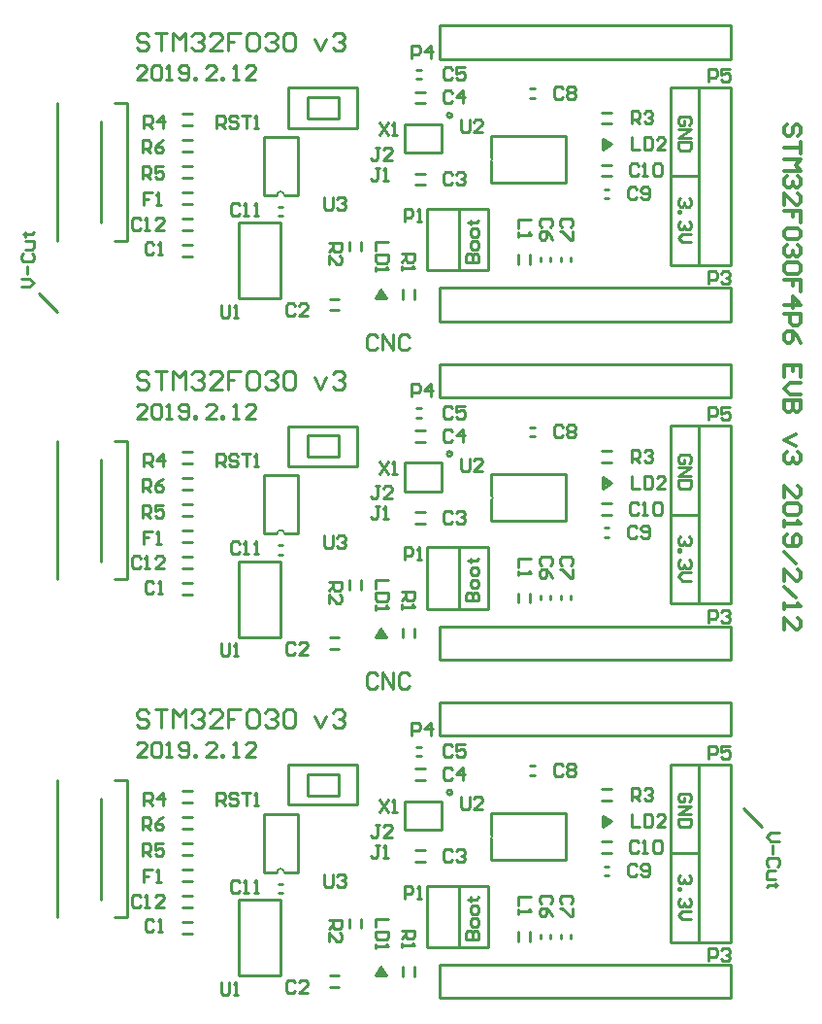
<source format=gto>
G04 Layer_Color=65535*
%FSLAX44Y44*%
%MOMM*%
G71*
G01*
G75*
%ADD23C,0.3000*%
%ADD27C,0.2540*%
%ADD36C,0.2000*%
G36*
X350162Y28473D02*
Y25933D01*
X352981Y23114D01*
X343583D01*
X347901Y30734D01*
X350162Y28473D01*
D02*
G37*
G36*
X549044Y157709D02*
X546783Y155448D01*
X544243D01*
X541424Y152629D01*
Y162027D01*
X549044Y157709D01*
D02*
G37*
G36*
X350162Y323473D02*
Y320933D01*
X352981Y318114D01*
X343583D01*
X347901Y325734D01*
X350162Y323473D01*
D02*
G37*
G36*
X549044Y452709D02*
X546783Y450448D01*
X544243D01*
X541424Y447629D01*
Y457027D01*
X549044Y452709D01*
D02*
G37*
G36*
X350162Y618473D02*
Y615933D01*
X352981Y613114D01*
X343583D01*
X347901Y620734D01*
X350162Y618473D01*
D02*
G37*
G36*
X549044Y747709D02*
X546783Y745448D01*
X544243D01*
X541424Y742629D01*
Y752027D01*
X549044Y747709D01*
D02*
G37*
D23*
X711996Y754503D02*
X714495Y757002D01*
Y762001D01*
X711996Y764500D01*
X709497D01*
X706998Y762001D01*
Y757002D01*
X704498Y754503D01*
X701999D01*
X699500Y757002D01*
Y762001D01*
X701999Y764500D01*
X714495Y749505D02*
Y739508D01*
Y744507D01*
X699500D01*
Y734510D02*
X714495D01*
X709497Y729511D01*
X714495Y724513D01*
X699500D01*
X711996Y719515D02*
X714495Y717015D01*
Y712017D01*
X711996Y709518D01*
X709497D01*
X706998Y712017D01*
Y714516D01*
Y712017D01*
X704498Y709518D01*
X701999D01*
X699500Y712017D01*
Y717015D01*
X701999Y719515D01*
X699500Y694523D02*
Y704519D01*
X709497Y694523D01*
X711996D01*
X714495Y697022D01*
Y702020D01*
X711996Y704519D01*
X714495Y679528D02*
Y689524D01*
X706998D01*
Y684526D01*
Y689524D01*
X699500D01*
X711996Y674529D02*
X714495Y672030D01*
Y667032D01*
X711996Y664532D01*
X701999D01*
X699500Y667032D01*
Y672030D01*
X701999Y674529D01*
X711996D01*
Y659534D02*
X714495Y657035D01*
Y652036D01*
X711996Y649537D01*
X709497D01*
X706998Y652036D01*
Y654536D01*
Y652036D01*
X704498Y649537D01*
X701999D01*
X699500Y652036D01*
Y657035D01*
X701999Y659534D01*
X711996Y644539D02*
X714495Y642040D01*
Y637041D01*
X711996Y634542D01*
X701999D01*
X699500Y637041D01*
Y642040D01*
X701999Y644539D01*
X711996D01*
X714495Y619547D02*
Y629544D01*
X706998D01*
Y624545D01*
Y629544D01*
X699500D01*
Y607051D02*
X714495D01*
X706998Y614549D01*
Y604552D01*
X699500Y599553D02*
X714495D01*
Y592056D01*
X711996Y589557D01*
X706998D01*
X704498Y592056D01*
Y599553D01*
X714495Y574562D02*
X711996Y579560D01*
X706998Y584558D01*
X701999D01*
X699500Y582059D01*
Y577061D01*
X701999Y574562D01*
X704498D01*
X706998Y577061D01*
Y584558D01*
X714495Y544571D02*
Y554568D01*
X699500D01*
Y544571D01*
X706998Y554568D02*
Y549570D01*
X714495Y539573D02*
X704498D01*
X699500Y534574D01*
X704498Y529576D01*
X714495D01*
Y524578D02*
X699500D01*
Y517080D01*
X701999Y514581D01*
X704498D01*
X706998Y517080D01*
Y524578D01*
Y517080D01*
X709497Y514581D01*
X711996D01*
X714495Y517080D01*
Y524578D01*
X709497Y494587D02*
X699500Y489589D01*
X709497Y484591D01*
X711996Y479592D02*
X714495Y477093D01*
Y472095D01*
X711996Y469595D01*
X709497D01*
X706998Y472095D01*
Y474594D01*
Y472095D01*
X704498Y469595D01*
X701999D01*
X699500Y472095D01*
Y477093D01*
X701999Y479592D01*
X699500Y439605D02*
Y449602D01*
X709497Y439605D01*
X711996D01*
X714495Y442104D01*
Y447103D01*
X711996Y449602D01*
Y434607D02*
X714495Y432108D01*
Y427109D01*
X711996Y424610D01*
X701999D01*
X699500Y427109D01*
Y432108D01*
X701999Y434607D01*
X711996D01*
X699500Y419612D02*
Y414613D01*
Y417113D01*
X714495D01*
X711996Y419612D01*
X701999Y407116D02*
X699500Y404617D01*
Y399618D01*
X701999Y397119D01*
X711996D01*
X714495Y399618D01*
Y404617D01*
X711996Y407116D01*
X709497D01*
X706998Y404617D01*
Y397119D01*
X699500Y392121D02*
X709497Y382124D01*
X699500Y367129D02*
Y377125D01*
X709497Y367129D01*
X711996D01*
X714495Y369628D01*
Y374626D01*
X711996Y377125D01*
X699500Y362130D02*
X709497Y352133D01*
X699500Y347135D02*
Y342137D01*
Y344636D01*
X714495D01*
X711996Y347135D01*
X699500Y324642D02*
Y334639D01*
X709497Y324642D01*
X711996D01*
X714495Y327142D01*
Y332140D01*
X711996Y334639D01*
D27*
X49500Y617500D02*
X65250Y601750D01*
X664250Y168750D02*
X680000Y153000D01*
X34004Y623000D02*
X41335D01*
X45000Y626665D01*
X41335Y630331D01*
X34004D01*
X39502Y633996D02*
Y641327D01*
X35836Y652324D02*
X34004Y650491D01*
Y646826D01*
X35836Y644993D01*
X43167D01*
X45000Y646826D01*
Y650491D01*
X43167Y652324D01*
X37669Y655989D02*
X43167D01*
X45000Y657822D01*
Y663320D01*
X37669D01*
X35836Y668819D02*
X37669D01*
Y666986D01*
Y670651D01*
Y668819D01*
X43167D01*
X45000Y670651D01*
X344830Y284663D02*
X342498Y286996D01*
X337833D01*
X335500Y284663D01*
Y275333D01*
X337833Y273000D01*
X342498D01*
X344830Y275333D01*
X349496Y273000D02*
Y286996D01*
X358826Y273000D01*
Y286996D01*
X372821Y284663D02*
X370489Y286996D01*
X365824D01*
X363491Y284663D01*
Y275333D01*
X365824Y273000D01*
X370489D01*
X372821Y275333D01*
X344830Y579663D02*
X342498Y581996D01*
X337833D01*
X335500Y579663D01*
Y570333D01*
X337833Y568000D01*
X342498D01*
X344830Y570333D01*
X349496Y568000D02*
Y581996D01*
X358826Y568000D01*
Y581996D01*
X372821Y579663D02*
X370489Y581996D01*
X365824D01*
X363491Y579663D01*
Y570333D01*
X365824Y568000D01*
X370489D01*
X372821Y570333D01*
X695496Y147500D02*
X688166D01*
X684500Y143834D01*
X688166Y140169D01*
X695496D01*
X689998Y136504D02*
Y129173D01*
X693664Y118176D02*
X695496Y120009D01*
Y123674D01*
X693664Y125507D01*
X686333D01*
X684500Y123674D01*
Y120009D01*
X686333Y118176D01*
X691831Y114511D02*
X686333D01*
X684500Y112678D01*
Y107180D01*
X691831D01*
X693664Y101681D02*
X691831D01*
Y103514D01*
Y99849D01*
Y101681D01*
X686333D01*
X684500Y99849D01*
X410134Y182626D02*
G03*
X410134Y182626I-2170J0D01*
G01*
X540980Y185340D02*
X548980D01*
X540980Y175340D02*
X548980D01*
X258600Y103060D02*
X262150D01*
X258600Y95060D02*
X262150D01*
X175220Y82630D02*
X183220D01*
X175220Y92630D02*
X183220D01*
X541424Y162027D02*
X549044Y157709D01*
X541424Y152629D02*
X549044Y157709D01*
X541424Y152629D02*
Y162027D01*
X175220Y151210D02*
X183220D01*
X175220Y161210D02*
X183220D01*
X175220Y128350D02*
X183220D01*
X175220Y138350D02*
X183220D01*
X175220Y115490D02*
X183220D01*
X175220Y105490D02*
X183220D01*
X330270Y64580D02*
Y72580D01*
X320270Y64580D02*
Y72580D01*
X263675Y113030D02*
X275232D01*
X245768D02*
X257325D01*
X245768D02*
Y163830D01*
X275232D01*
Y113030D02*
Y163830D01*
X343583Y23114D02*
X347901Y30734D01*
X352981Y23114D01*
X343583D02*
X352981D01*
X175220Y174070D02*
X183220D01*
X175220Y184070D02*
X183220D01*
X388232Y101376D02*
X416232D01*
X388232Y47498D02*
Y101376D01*
Y47498D02*
X416232D01*
Y101376D01*
X398930Y252730D02*
Y260858D01*
Y231902D02*
Y260858D01*
Y231902D02*
X652930D01*
Y260858D01*
X398930D02*
X652930D01*
X377260Y22670D02*
Y30670D01*
X367260Y22670D02*
Y30670D01*
X378420Y193120D02*
X386420D01*
X378420Y203120D02*
X386420D01*
X284122Y179830D02*
X310792D01*
Y198628D01*
X284122D02*
X310792D01*
X284122Y180086D02*
Y198628D01*
X267330Y171730D02*
Y206730D01*
X327330Y171730D02*
Y206730D01*
X267330Y171730D02*
X327330D01*
X267330Y206730D02*
X327048D01*
X368598Y149860D02*
X400598D01*
Y174860D01*
X368598D02*
X400598D01*
X368598Y149860D02*
Y174860D01*
X379250Y222440D02*
X382800D01*
X379250Y214440D02*
X382800D01*
X175220Y59770D02*
X183220D01*
X175220Y69770D02*
X183220D01*
X303490Y12780D02*
X311490D01*
X303490Y22780D02*
X311490D01*
X398930Y24130D02*
Y32258D01*
Y3302D02*
Y32258D01*
Y3302D02*
X652930D01*
Y32258D01*
X398930D02*
X652930D01*
X378420Y132000D02*
X386420D01*
X378420Y122000D02*
X386420D01*
X477590Y53150D02*
Y61150D01*
X467590Y53150D02*
Y61150D01*
X224000Y22880D02*
X260068D01*
Y88880D01*
X224000D02*
X260068D01*
X224000Y22880D02*
Y88880D01*
X495640Y55500D02*
Y59050D01*
X487640Y55500D02*
Y59050D01*
X513420Y55500D02*
Y59050D01*
X505420Y55500D02*
Y59050D01*
X478310Y205930D02*
X481860D01*
X478310Y197930D02*
X481860D01*
X540980Y139620D02*
X548980D01*
X540980Y129620D02*
X548980D01*
X543080Y118300D02*
X546630D01*
X543080Y110300D02*
X546630D01*
X624960Y52040D02*
Y207010D01*
X652960D01*
Y52040D02*
Y207010D01*
X624960Y52040D02*
X652960D01*
X443940Y124206D02*
Y142695D01*
Y145945D02*
Y164592D01*
X508940D01*
Y124206D02*
Y164592D01*
X443940Y124206D02*
X508940D01*
X600860Y52070D02*
X624990D01*
X600860D02*
Y207010D01*
X624990D01*
X600860Y129540D02*
X624990D01*
X441348Y47498D02*
Y101376D01*
X414962D02*
X441348D01*
X414962Y47498D02*
X441348D01*
X115700Y73497D02*
X126290D01*
Y193497D01*
X115704D02*
X126290D01*
X65520Y73497D02*
Y193497D01*
X104020Y88899D02*
Y177291D01*
X149721Y70124D02*
X147888Y71956D01*
X144223D01*
X142390Y70124D01*
Y62793D01*
X144223Y60960D01*
X147888D01*
X149721Y62793D01*
X153386Y60960D02*
X157052D01*
X155219D01*
Y71956D01*
X153386Y70124D01*
X272911Y16784D02*
X271078Y18616D01*
X267413D01*
X265580Y16784D01*
Y9453D01*
X267413Y7620D01*
X271078D01*
X272911Y9453D01*
X283907Y7620D02*
X276576D01*
X283907Y14951D01*
Y16784D01*
X282075Y18616D01*
X278409D01*
X276576Y16784D01*
X410071Y131084D02*
X408238Y132916D01*
X404573D01*
X402740Y131084D01*
Y123753D01*
X404573Y121920D01*
X408238D01*
X410071Y123753D01*
X413736Y131084D02*
X415569Y132916D01*
X419235D01*
X421067Y131084D01*
Y129251D01*
X419235Y127418D01*
X417402D01*
X419235D01*
X421067Y125585D01*
Y123753D01*
X419235Y121920D01*
X415569D01*
X413736Y123753D01*
X410071Y202204D02*
X408238Y204036D01*
X404573D01*
X402740Y202204D01*
Y194873D01*
X404573Y193040D01*
X408238D01*
X410071Y194873D01*
X419235Y193040D02*
Y204036D01*
X413736Y198538D01*
X421067D01*
X410071Y222524D02*
X408238Y224356D01*
X404573D01*
X402740Y222524D01*
Y215193D01*
X404573Y213360D01*
X408238D01*
X410071Y215193D01*
X421067Y224356D02*
X413736D01*
Y218858D01*
X417402Y220691D01*
X419235D01*
X421067Y218858D01*
Y215193D01*
X419235Y213360D01*
X415569D01*
X413736Y215193D01*
X495724Y85379D02*
X497556Y87212D01*
Y90877D01*
X495724Y92710D01*
X488393D01*
X486560Y90877D01*
Y87212D01*
X488393Y85379D01*
X497556Y74383D02*
X495724Y78048D01*
X492058Y81714D01*
X488393D01*
X486560Y79881D01*
Y76215D01*
X488393Y74383D01*
X490225D01*
X492058Y76215D01*
Y81714D01*
X513504Y85379D02*
X515336Y87212D01*
Y90877D01*
X513504Y92710D01*
X506173D01*
X504340Y90877D01*
Y87212D01*
X506173Y85379D01*
X515336Y81714D02*
Y74383D01*
X513504D01*
X506173Y81714D01*
X504340D01*
X506591Y206014D02*
X504758Y207846D01*
X501093D01*
X499260Y206014D01*
Y198683D01*
X501093Y196850D01*
X504758D01*
X506591Y198683D01*
X510257Y206014D02*
X512089Y207846D01*
X515755D01*
X517587Y206014D01*
Y204181D01*
X515755Y202348D01*
X517587Y200515D01*
Y198683D01*
X515755Y196850D01*
X512089D01*
X510257Y198683D01*
Y200515D01*
X512089Y202348D01*
X510257Y204181D01*
Y206014D01*
X512089Y202348D02*
X515755D01*
X571111Y118384D02*
X569278Y120216D01*
X565613D01*
X563780Y118384D01*
Y111053D01*
X565613Y109220D01*
X569278D01*
X571111Y111053D01*
X574776D02*
X576609Y109220D01*
X580275D01*
X582107Y111053D01*
Y118384D01*
X580275Y120216D01*
X576609D01*
X574776Y118384D01*
Y116551D01*
X576609Y114718D01*
X582107D01*
X572631Y138704D02*
X570798Y140536D01*
X567133D01*
X565300Y138704D01*
Y131373D01*
X567133Y129540D01*
X570798D01*
X572631Y131373D01*
X576297Y129540D02*
X579962D01*
X578129D01*
Y140536D01*
X576297Y138704D01*
X585460D02*
X587293Y140536D01*
X590958D01*
X592791Y138704D01*
Y131373D01*
X590958Y129540D01*
X587293D01*
X585460Y131373D01*
Y138704D01*
X224651Y104414D02*
X222818Y106246D01*
X219153D01*
X217320Y104414D01*
Y97083D01*
X219153Y95250D01*
X222818D01*
X224651Y97083D01*
X228316Y95250D02*
X231982D01*
X230149D01*
Y106246D01*
X228316Y104414D01*
X237480Y95250D02*
X241146D01*
X239313D01*
Y106246D01*
X237480Y104414D01*
X138291Y91714D02*
X136458Y93546D01*
X132793D01*
X130960Y91714D01*
Y84383D01*
X132793Y82550D01*
X136458D01*
X138291Y84383D01*
X141957Y82550D02*
X145622D01*
X143789D01*
Y93546D01*
X141957Y91714D01*
X158451Y82550D02*
X151120D01*
X158451Y89881D01*
Y91714D01*
X156618Y93546D01*
X152953D01*
X151120Y91714D01*
X148451Y115136D02*
X141120D01*
Y109638D01*
X144785D01*
X141120D01*
Y104140D01*
X152116D02*
X155782D01*
X153949D01*
Y115136D01*
X152116Y113304D01*
X346571Y136726D02*
X342906D01*
X344738D01*
Y127563D01*
X342906Y125730D01*
X341073D01*
X339240Y127563D01*
X350237Y125730D02*
X353902D01*
X352069D01*
Y136726D01*
X350237Y134894D01*
X346571Y154506D02*
X342906D01*
X344738D01*
Y145343D01*
X342906Y143510D01*
X341073D01*
X339240Y145343D01*
X357567Y143510D02*
X350237D01*
X357567Y150841D01*
Y152674D01*
X355735Y154506D01*
X352069D01*
X350237Y152674D01*
X478507Y91440D02*
X467510D01*
Y84109D01*
Y80444D02*
Y76778D01*
Y78611D01*
X478507D01*
X476674Y80444D01*
X354047Y72390D02*
X343050D01*
Y65059D01*
X354047Y61394D02*
X343050D01*
Y55895D01*
X344883Y54063D01*
X352214D01*
X354047Y55895D01*
Y61394D01*
X343050Y50397D02*
Y46732D01*
Y48564D01*
X354047D01*
X352214Y50397D01*
X566570Y163396D02*
Y152400D01*
X573901D01*
X577566Y163396D02*
Y152400D01*
X583065D01*
X584897Y154233D01*
Y161564D01*
X583065Y163396D01*
X577566D01*
X595894Y152400D02*
X588563D01*
X595894Y159731D01*
Y161564D01*
X594061Y163396D01*
X590396D01*
X588563Y161564D01*
X368450Y90170D02*
Y101166D01*
X373948D01*
X375781Y99334D01*
Y95668D01*
X373948Y93835D01*
X368450D01*
X379446Y90170D02*
X383112D01*
X381279D01*
Y101166D01*
X379446Y99334D01*
X633880Y35560D02*
Y46556D01*
X639378D01*
X641211Y44724D01*
Y41058D01*
X639378Y39225D01*
X633880D01*
X644876Y44724D02*
X646709Y46556D01*
X650375D01*
X652207Y44724D01*
Y42891D01*
X650375Y41058D01*
X648542D01*
X650375D01*
X652207Y39225D01*
Y37393D01*
X650375Y35560D01*
X646709D01*
X644876Y37393D01*
X374800Y232410D02*
Y243406D01*
X380298D01*
X382131Y241574D01*
Y237908D01*
X380298Y236075D01*
X374800D01*
X391295Y232410D02*
Y243406D01*
X385797Y237908D01*
X393127D01*
X365910Y62230D02*
X376907D01*
Y56732D01*
X375074Y54899D01*
X371408D01*
X369576Y56732D01*
Y62230D01*
Y58565D02*
X365910Y54899D01*
Y51234D02*
Y47568D01*
Y49401D01*
X376907D01*
X375074Y51234D01*
X302410Y71120D02*
X313407D01*
Y65622D01*
X311574Y63789D01*
X307908D01*
X306075Y65622D01*
Y71120D01*
Y67455D02*
X302410Y63789D01*
Y52793D02*
Y60124D01*
X309741Y52793D01*
X311574D01*
X313407Y54625D01*
Y58291D01*
X311574Y60124D01*
X566570Y175260D02*
Y186256D01*
X572068D01*
X573901Y184424D01*
Y180758D01*
X572068Y178925D01*
X566570D01*
X570235D02*
X573901Y175260D01*
X577566Y184424D02*
X579399Y186256D01*
X583065D01*
X584897Y184424D01*
Y182591D01*
X583065Y180758D01*
X581232D01*
X583065D01*
X584897Y178925D01*
Y177093D01*
X583065Y175260D01*
X579399D01*
X577566Y177093D01*
X141120Y171450D02*
Y182446D01*
X146618D01*
X148451Y180614D01*
Y176948D01*
X146618Y175116D01*
X141120D01*
X144785D02*
X148451Y171450D01*
X157615D02*
Y182446D01*
X152116Y176948D01*
X159447D01*
X139850Y127000D02*
Y137996D01*
X145348D01*
X147181Y136164D01*
Y132498D01*
X145348Y130666D01*
X139850D01*
X143516D02*
X147181Y127000D01*
X158177Y137996D02*
X150847D01*
Y132498D01*
X154512Y134331D01*
X156345D01*
X158177Y132498D01*
Y128833D01*
X156345Y127000D01*
X152679D01*
X150847Y128833D01*
X139850Y149860D02*
Y160856D01*
X145348D01*
X147181Y159024D01*
Y155358D01*
X145348Y153525D01*
X139850D01*
X143516D02*
X147181Y149860D01*
X158177Y160856D02*
X154512Y159024D01*
X150847Y155358D01*
Y151693D01*
X152679Y149860D01*
X156345D01*
X158177Y151693D01*
Y153525D01*
X156345Y155358D01*
X150847D01*
X204620Y171450D02*
Y182446D01*
X210118D01*
X211951Y180614D01*
Y176948D01*
X210118Y175116D01*
X204620D01*
X208286D02*
X211951Y171450D01*
X222947Y180614D02*
X221115Y182446D01*
X217449D01*
X215616Y180614D01*
Y178781D01*
X217449Y176948D01*
X221115D01*
X222947Y175116D01*
Y173283D01*
X221115Y171450D01*
X217449D01*
X215616Y173283D01*
X226613Y182446D02*
X233944D01*
X230278D01*
Y171450D01*
X237609D02*
X241275D01*
X239442D01*
Y182446D01*
X237609Y180614D01*
X208430Y17346D02*
Y8183D01*
X210263Y6350D01*
X213928D01*
X215761Y8183D01*
Y17346D01*
X219426Y6350D02*
X223092D01*
X221259D01*
Y17346D01*
X219426Y15514D01*
X298600Y111326D02*
Y102163D01*
X300433Y100330D01*
X304098D01*
X305931Y102163D01*
Y111326D01*
X309597Y109494D02*
X311429Y111326D01*
X315095D01*
X316927Y109494D01*
Y107661D01*
X315095Y105828D01*
X313262D01*
X315095D01*
X316927Y103996D01*
Y102163D01*
X315095Y100330D01*
X311429D01*
X309597Y102163D01*
X346860Y176096D02*
X354191Y165100D01*
Y176096D02*
X346860Y165100D01*
X357856D02*
X361522D01*
X359689D01*
Y176096D01*
X357856Y174264D01*
X633880Y212090D02*
Y223086D01*
X639378D01*
X641211Y221254D01*
Y217588D01*
X639378Y215756D01*
X633880D01*
X652207Y223086D02*
X644876D01*
Y217588D01*
X648542Y219421D01*
X650375D01*
X652207Y217588D01*
Y213923D01*
X650375Y212090D01*
X646709D01*
X644876Y213923D01*
X417980Y178636D02*
Y169473D01*
X419813Y167640D01*
X423478D01*
X425311Y169473D01*
Y178636D01*
X436307Y167640D02*
X428977D01*
X436307Y174971D01*
Y176804D01*
X434475Y178636D01*
X430809D01*
X428977Y176804D01*
X145433Y252089D02*
X142767Y254755D01*
X137436D01*
X134770Y252089D01*
Y249423D01*
X137436Y246757D01*
X142767D01*
X145433Y244092D01*
Y241426D01*
X142767Y238760D01*
X137436D01*
X134770Y241426D01*
X150765Y254755D02*
X161428D01*
X156096D01*
Y238760D01*
X166760D02*
Y254755D01*
X172091Y249423D01*
X177423Y254755D01*
Y238760D01*
X182754Y252089D02*
X185420Y254755D01*
X190752D01*
X193418Y252089D01*
Y249423D01*
X190752Y246757D01*
X188086D01*
X190752D01*
X193418Y244092D01*
Y241426D01*
X190752Y238760D01*
X185420D01*
X182754Y241426D01*
X209412Y238760D02*
X198749D01*
X209412Y249423D01*
Y252089D01*
X206747Y254755D01*
X201415D01*
X198749Y252089D01*
X225407Y254755D02*
X214744D01*
Y246757D01*
X220076D01*
X214744D01*
Y238760D01*
X230739Y252089D02*
X233405Y254755D01*
X238736D01*
X241402Y252089D01*
Y241426D01*
X238736Y238760D01*
X233405D01*
X230739Y241426D01*
Y252089D01*
X246734D02*
X249400Y254755D01*
X254731D01*
X257397Y252089D01*
Y249423D01*
X254731Y246757D01*
X252065D01*
X254731D01*
X257397Y244092D01*
Y241426D01*
X254731Y238760D01*
X249400D01*
X246734Y241426D01*
X262729Y252089D02*
X265394Y254755D01*
X270726D01*
X273392Y252089D01*
Y241426D01*
X270726Y238760D01*
X265394D01*
X262729Y241426D01*
Y252089D01*
X289710Y249423D02*
X295042Y238760D01*
X300373Y249423D01*
X305705Y252089D02*
X308371Y254755D01*
X313702D01*
X316368Y252089D01*
Y249423D01*
X313702Y246757D01*
X311036D01*
X313702D01*
X316368Y244092D01*
Y241426D01*
X313702Y238760D01*
X308371D01*
X305705Y241426D01*
X616374Y174279D02*
X618206Y176112D01*
Y179777D01*
X616374Y181610D01*
X609043D01*
X607210Y179777D01*
Y176112D01*
X609043Y174279D01*
X612708D01*
Y177945D01*
X607210Y170614D02*
X618206D01*
X607210Y163283D01*
X618206D01*
Y159617D02*
X607210D01*
Y154119D01*
X609043Y152286D01*
X616374D01*
X618206Y154119D01*
Y159617D01*
X616374Y110490D02*
X618206Y108657D01*
Y104992D01*
X616374Y103159D01*
X614541D01*
X612708Y104992D01*
Y106825D01*
Y104992D01*
X610876Y103159D01*
X609043D01*
X607210Y104992D01*
Y108657D01*
X609043Y110490D01*
X607210Y99494D02*
X609043D01*
Y97661D01*
X607210D01*
Y99494D01*
X616374Y90330D02*
X618206Y88497D01*
Y84832D01*
X616374Y82999D01*
X614541D01*
X612708Y84832D01*
Y86664D01*
Y84832D01*
X610876Y82999D01*
X609043D01*
X607210Y84832D01*
Y88497D01*
X609043Y90330D01*
X618206Y79333D02*
X610876D01*
X607210Y75668D01*
X610876Y72002D01*
X618206D01*
X422224Y54610D02*
X433220D01*
Y60108D01*
X431387Y61941D01*
X429554D01*
X427722Y60108D01*
Y54610D01*
Y60108D01*
X425889Y61941D01*
X424056D01*
X422224Y60108D01*
Y54610D01*
X433220Y67439D02*
Y71105D01*
X431387Y72937D01*
X427722D01*
X425889Y71105D01*
Y67439D01*
X427722Y65606D01*
X431387D01*
X433220Y67439D01*
Y78436D02*
Y82101D01*
X431387Y83934D01*
X427722D01*
X425889Y82101D01*
Y78436D01*
X427722Y76603D01*
X431387D01*
X433220Y78436D01*
X424056Y89432D02*
X425889D01*
Y87599D01*
Y91265D01*
Y89432D01*
X431387D01*
X433220Y91265D01*
X143434Y213360D02*
X134770D01*
X143434Y222024D01*
Y224190D01*
X141268Y226356D01*
X136936D01*
X134770Y224190D01*
X147766D02*
X149932Y226356D01*
X154264D01*
X156430Y224190D01*
Y215526D01*
X154264Y213360D01*
X149932D01*
X147766Y215526D01*
Y224190D01*
X160762Y213360D02*
X165094D01*
X162928D01*
Y226356D01*
X160762Y224190D01*
X171591Y215526D02*
X173757Y213360D01*
X178089D01*
X180255Y215526D01*
Y224190D01*
X178089Y226356D01*
X173757D01*
X171591Y224190D01*
Y222024D01*
X173757Y219858D01*
X180255D01*
X184587Y213360D02*
Y215526D01*
X186753D01*
Y213360D01*
X184587D01*
X204081D02*
X195417D01*
X204081Y222024D01*
Y224190D01*
X201915Y226356D01*
X197583D01*
X195417Y224190D01*
X208413Y213360D02*
Y215526D01*
X210579D01*
Y213360D01*
X208413D01*
X219243D02*
X223575D01*
X221409D01*
Y226356D01*
X219243Y224190D01*
X238736Y213360D02*
X230072D01*
X238736Y222024D01*
Y224190D01*
X236570Y226356D01*
X232239D01*
X230072Y224190D01*
X410134Y477626D02*
G03*
X410134Y477626I-2170J0D01*
G01*
X540980Y480340D02*
X548980D01*
X540980Y470340D02*
X548980D01*
X258600Y398060D02*
X262150D01*
X258600Y390060D02*
X262150D01*
X175220Y377630D02*
X183220D01*
X175220Y387630D02*
X183220D01*
X541424Y457027D02*
X549044Y452709D01*
X541424Y447629D02*
X549044Y452709D01*
X541424Y447629D02*
Y457027D01*
X175220Y446210D02*
X183220D01*
X175220Y456210D02*
X183220D01*
X175220Y423350D02*
X183220D01*
X175220Y433350D02*
X183220D01*
X175220Y410490D02*
X183220D01*
X175220Y400490D02*
X183220D01*
X330270Y359580D02*
Y367580D01*
X320270Y359580D02*
Y367580D01*
X263675Y408030D02*
X275232D01*
X245768D02*
X257325D01*
X245768D02*
Y458830D01*
X275232D01*
Y408030D02*
Y458830D01*
X343583Y318114D02*
X347901Y325734D01*
X352981Y318114D01*
X343583D02*
X352981D01*
X175220Y469070D02*
X183220D01*
X175220Y479070D02*
X183220D01*
X388232Y396376D02*
X416232D01*
X388232Y342498D02*
Y396376D01*
Y342498D02*
X416232D01*
Y396376D01*
X398930Y547730D02*
Y555858D01*
Y526902D02*
Y555858D01*
Y526902D02*
X652930D01*
Y555858D01*
X398930D02*
X652930D01*
X377260Y317670D02*
Y325670D01*
X367260Y317670D02*
Y325670D01*
X378420Y488120D02*
X386420D01*
X378420Y498120D02*
X386420D01*
X284122Y474830D02*
X310792D01*
Y493628D01*
X284122D02*
X310792D01*
X284122Y475086D02*
Y493628D01*
X267330Y466730D02*
Y501730D01*
X327330Y466730D02*
Y501730D01*
X267330Y466730D02*
X327330D01*
X267330Y501730D02*
X327048D01*
X368598Y444860D02*
X400598D01*
Y469860D01*
X368598D02*
X400598D01*
X368598Y444860D02*
Y469860D01*
X379250Y517440D02*
X382800D01*
X379250Y509440D02*
X382800D01*
X175220Y354770D02*
X183220D01*
X175220Y364770D02*
X183220D01*
X303490Y307780D02*
X311490D01*
X303490Y317780D02*
X311490D01*
X398930Y319130D02*
Y327258D01*
Y298302D02*
Y327258D01*
Y298302D02*
X652930D01*
Y327258D01*
X398930D02*
X652930D01*
X378420Y427000D02*
X386420D01*
X378420Y417000D02*
X386420D01*
X477590Y348150D02*
Y356150D01*
X467590Y348150D02*
Y356150D01*
X224000Y317880D02*
X260068D01*
Y383880D01*
X224000D02*
X260068D01*
X224000Y317880D02*
Y383880D01*
X495640Y350500D02*
Y354050D01*
X487640Y350500D02*
Y354050D01*
X513420Y350500D02*
Y354050D01*
X505420Y350500D02*
Y354050D01*
X478310Y500930D02*
X481860D01*
X478310Y492930D02*
X481860D01*
X540980Y434620D02*
X548980D01*
X540980Y424620D02*
X548980D01*
X543080Y413300D02*
X546630D01*
X543080Y405300D02*
X546630D01*
X624960Y347040D02*
Y502010D01*
X652960D01*
Y347040D02*
Y502010D01*
X624960Y347040D02*
X652960D01*
X443940Y419206D02*
Y437695D01*
Y440945D02*
Y459592D01*
X508940D01*
Y419206D02*
Y459592D01*
X443940Y419206D02*
X508940D01*
X600860Y347070D02*
X624990D01*
X600860D02*
Y502010D01*
X624990D01*
X600860Y424540D02*
X624990D01*
X441348Y342498D02*
Y396376D01*
X414962D02*
X441348D01*
X414962Y342498D02*
X441348D01*
X115700Y368497D02*
X126290D01*
Y488497D01*
X115704D02*
X126290D01*
X65520Y368497D02*
Y488497D01*
X104020Y383899D02*
Y472291D01*
X149721Y365124D02*
X147888Y366956D01*
X144223D01*
X142390Y365124D01*
Y357793D01*
X144223Y355960D01*
X147888D01*
X149721Y357793D01*
X153386Y355960D02*
X157052D01*
X155219D01*
Y366956D01*
X153386Y365124D01*
X272911Y311784D02*
X271078Y313616D01*
X267413D01*
X265580Y311784D01*
Y304453D01*
X267413Y302620D01*
X271078D01*
X272911Y304453D01*
X283907Y302620D02*
X276576D01*
X283907Y309951D01*
Y311784D01*
X282075Y313616D01*
X278409D01*
X276576Y311784D01*
X410071Y426084D02*
X408238Y427916D01*
X404573D01*
X402740Y426084D01*
Y418753D01*
X404573Y416920D01*
X408238D01*
X410071Y418753D01*
X413736Y426084D02*
X415569Y427916D01*
X419235D01*
X421067Y426084D01*
Y424251D01*
X419235Y422418D01*
X417402D01*
X419235D01*
X421067Y420586D01*
Y418753D01*
X419235Y416920D01*
X415569D01*
X413736Y418753D01*
X410071Y497204D02*
X408238Y499036D01*
X404573D01*
X402740Y497204D01*
Y489873D01*
X404573Y488040D01*
X408238D01*
X410071Y489873D01*
X419235Y488040D02*
Y499036D01*
X413736Y493538D01*
X421067D01*
X410071Y517524D02*
X408238Y519356D01*
X404573D01*
X402740Y517524D01*
Y510193D01*
X404573Y508360D01*
X408238D01*
X410071Y510193D01*
X421067Y519356D02*
X413736D01*
Y513858D01*
X417402Y515691D01*
X419235D01*
X421067Y513858D01*
Y510193D01*
X419235Y508360D01*
X415569D01*
X413736Y510193D01*
X495724Y380379D02*
X497556Y382212D01*
Y385877D01*
X495724Y387710D01*
X488393D01*
X486560Y385877D01*
Y382212D01*
X488393Y380379D01*
X497556Y369383D02*
X495724Y373048D01*
X492058Y376713D01*
X488393D01*
X486560Y374881D01*
Y371215D01*
X488393Y369383D01*
X490225D01*
X492058Y371215D01*
Y376713D01*
X513504Y380379D02*
X515336Y382212D01*
Y385877D01*
X513504Y387710D01*
X506173D01*
X504340Y385877D01*
Y382212D01*
X506173Y380379D01*
X515336Y376713D02*
Y369383D01*
X513504D01*
X506173Y376713D01*
X504340D01*
X506591Y501014D02*
X504758Y502846D01*
X501093D01*
X499260Y501014D01*
Y493683D01*
X501093Y491850D01*
X504758D01*
X506591Y493683D01*
X510257Y501014D02*
X512089Y502846D01*
X515755D01*
X517587Y501014D01*
Y499181D01*
X515755Y497348D01*
X517587Y495516D01*
Y493683D01*
X515755Y491850D01*
X512089D01*
X510257Y493683D01*
Y495516D01*
X512089Y497348D01*
X510257Y499181D01*
Y501014D01*
X512089Y497348D02*
X515755D01*
X571111Y413384D02*
X569278Y415216D01*
X565613D01*
X563780Y413384D01*
Y406053D01*
X565613Y404220D01*
X569278D01*
X571111Y406053D01*
X574776D02*
X576609Y404220D01*
X580275D01*
X582107Y406053D01*
Y413384D01*
X580275Y415216D01*
X576609D01*
X574776Y413384D01*
Y411551D01*
X576609Y409718D01*
X582107D01*
X572631Y433704D02*
X570798Y435536D01*
X567133D01*
X565300Y433704D01*
Y426373D01*
X567133Y424540D01*
X570798D01*
X572631Y426373D01*
X576297Y424540D02*
X579962D01*
X578129D01*
Y435536D01*
X576297Y433704D01*
X585460D02*
X587293Y435536D01*
X590958D01*
X592791Y433704D01*
Y426373D01*
X590958Y424540D01*
X587293D01*
X585460Y426373D01*
Y433704D01*
X224651Y399414D02*
X222818Y401246D01*
X219153D01*
X217320Y399414D01*
Y392083D01*
X219153Y390250D01*
X222818D01*
X224651Y392083D01*
X228316Y390250D02*
X231982D01*
X230149D01*
Y401246D01*
X228316Y399414D01*
X237480Y390250D02*
X241146D01*
X239313D01*
Y401246D01*
X237480Y399414D01*
X138291Y386714D02*
X136458Y388546D01*
X132793D01*
X130960Y386714D01*
Y379383D01*
X132793Y377550D01*
X136458D01*
X138291Y379383D01*
X141957Y377550D02*
X145622D01*
X143789D01*
Y388546D01*
X141957Y386714D01*
X158451Y377550D02*
X151120D01*
X158451Y384881D01*
Y386714D01*
X156618Y388546D01*
X152953D01*
X151120Y386714D01*
X148451Y410136D02*
X141120D01*
Y404638D01*
X144785D01*
X141120D01*
Y399140D01*
X152116D02*
X155782D01*
X153949D01*
Y410136D01*
X152116Y408304D01*
X346571Y431726D02*
X342906D01*
X344738D01*
Y422563D01*
X342906Y420730D01*
X341073D01*
X339240Y422563D01*
X350237Y420730D02*
X353902D01*
X352069D01*
Y431726D01*
X350237Y429894D01*
X346571Y449506D02*
X342906D01*
X344738D01*
Y440343D01*
X342906Y438510D01*
X341073D01*
X339240Y440343D01*
X357567Y438510D02*
X350237D01*
X357567Y445841D01*
Y447674D01*
X355735Y449506D01*
X352069D01*
X350237Y447674D01*
X478507Y386440D02*
X467510D01*
Y379109D01*
Y375443D02*
Y371778D01*
Y373611D01*
X478507D01*
X476674Y375443D01*
X354047Y367390D02*
X343050D01*
Y360059D01*
X354047Y356394D02*
X343050D01*
Y350895D01*
X344883Y349063D01*
X352214D01*
X354047Y350895D01*
Y356394D01*
X343050Y345397D02*
Y341732D01*
Y343564D01*
X354047D01*
X352214Y345397D01*
X566570Y458396D02*
Y447400D01*
X573901D01*
X577566Y458396D02*
Y447400D01*
X583065D01*
X584897Y449233D01*
Y456564D01*
X583065Y458396D01*
X577566D01*
X595894Y447400D02*
X588563D01*
X595894Y454731D01*
Y456564D01*
X594061Y458396D01*
X590396D01*
X588563Y456564D01*
X368450Y385170D02*
Y396166D01*
X373948D01*
X375781Y394334D01*
Y390668D01*
X373948Y388835D01*
X368450D01*
X379446Y385170D02*
X383112D01*
X381279D01*
Y396166D01*
X379446Y394334D01*
X633880Y330560D02*
Y341556D01*
X639378D01*
X641211Y339724D01*
Y336058D01*
X639378Y334226D01*
X633880D01*
X644876Y339724D02*
X646709Y341556D01*
X650375D01*
X652207Y339724D01*
Y337891D01*
X650375Y336058D01*
X648542D01*
X650375D01*
X652207Y334226D01*
Y332393D01*
X650375Y330560D01*
X646709D01*
X644876Y332393D01*
X374800Y527410D02*
Y538406D01*
X380298D01*
X382131Y536574D01*
Y532908D01*
X380298Y531076D01*
X374800D01*
X391295Y527410D02*
Y538406D01*
X385797Y532908D01*
X393127D01*
X365910Y357230D02*
X376907D01*
Y351732D01*
X375074Y349899D01*
X371408D01*
X369576Y351732D01*
Y357230D01*
Y353564D02*
X365910Y349899D01*
Y346233D02*
Y342568D01*
Y344401D01*
X376907D01*
X375074Y346233D01*
X302410Y366120D02*
X313407D01*
Y360622D01*
X311574Y358789D01*
X307908D01*
X306075Y360622D01*
Y366120D01*
Y362454D02*
X302410Y358789D01*
Y347793D02*
Y355123D01*
X309741Y347793D01*
X311574D01*
X313407Y349625D01*
Y353291D01*
X311574Y355123D01*
X566570Y470260D02*
Y481256D01*
X572068D01*
X573901Y479424D01*
Y475758D01*
X572068Y473926D01*
X566570D01*
X570235D02*
X573901Y470260D01*
X577566Y479424D02*
X579399Y481256D01*
X583065D01*
X584897Y479424D01*
Y477591D01*
X583065Y475758D01*
X581232D01*
X583065D01*
X584897Y473926D01*
Y472093D01*
X583065Y470260D01*
X579399D01*
X577566Y472093D01*
X141120Y466450D02*
Y477446D01*
X146618D01*
X148451Y475614D01*
Y471948D01*
X146618Y470116D01*
X141120D01*
X144785D02*
X148451Y466450D01*
X157615D02*
Y477446D01*
X152116Y471948D01*
X159447D01*
X139850Y422000D02*
Y432996D01*
X145348D01*
X147181Y431164D01*
Y427498D01*
X145348Y425666D01*
X139850D01*
X143516D02*
X147181Y422000D01*
X158177Y432996D02*
X150847D01*
Y427498D01*
X154512Y429331D01*
X156345D01*
X158177Y427498D01*
Y423833D01*
X156345Y422000D01*
X152679D01*
X150847Y423833D01*
X139850Y444860D02*
Y455856D01*
X145348D01*
X147181Y454024D01*
Y450358D01*
X145348Y448526D01*
X139850D01*
X143516D02*
X147181Y444860D01*
X158177Y455856D02*
X154512Y454024D01*
X150847Y450358D01*
Y446693D01*
X152679Y444860D01*
X156345D01*
X158177Y446693D01*
Y448526D01*
X156345Y450358D01*
X150847D01*
X204620Y466450D02*
Y477446D01*
X210118D01*
X211951Y475614D01*
Y471948D01*
X210118Y470116D01*
X204620D01*
X208286D02*
X211951Y466450D01*
X222947Y475614D02*
X221115Y477446D01*
X217449D01*
X215616Y475614D01*
Y473781D01*
X217449Y471948D01*
X221115D01*
X222947Y470116D01*
Y468283D01*
X221115Y466450D01*
X217449D01*
X215616Y468283D01*
X226613Y477446D02*
X233944D01*
X230278D01*
Y466450D01*
X237609D02*
X241275D01*
X239442D01*
Y477446D01*
X237609Y475614D01*
X208430Y312346D02*
Y303183D01*
X210263Y301350D01*
X213928D01*
X215761Y303183D01*
Y312346D01*
X219426Y301350D02*
X223092D01*
X221259D01*
Y312346D01*
X219426Y310514D01*
X298600Y406326D02*
Y397163D01*
X300433Y395330D01*
X304098D01*
X305931Y397163D01*
Y406326D01*
X309597Y404494D02*
X311429Y406326D01*
X315095D01*
X316927Y404494D01*
Y402661D01*
X315095Y400828D01*
X313262D01*
X315095D01*
X316927Y398996D01*
Y397163D01*
X315095Y395330D01*
X311429D01*
X309597Y397163D01*
X346860Y471096D02*
X354191Y460100D01*
Y471096D02*
X346860Y460100D01*
X357856D02*
X361522D01*
X359689D01*
Y471096D01*
X357856Y469264D01*
X633880Y507090D02*
Y518086D01*
X639378D01*
X641211Y516254D01*
Y512588D01*
X639378Y510756D01*
X633880D01*
X652207Y518086D02*
X644876D01*
Y512588D01*
X648542Y514421D01*
X650375D01*
X652207Y512588D01*
Y508923D01*
X650375Y507090D01*
X646709D01*
X644876Y508923D01*
X417980Y473636D02*
Y464473D01*
X419813Y462640D01*
X423478D01*
X425311Y464473D01*
Y473636D01*
X436307Y462640D02*
X428977D01*
X436307Y469971D01*
Y471804D01*
X434475Y473636D01*
X430809D01*
X428977Y471804D01*
X145433Y547089D02*
X142767Y549755D01*
X137436D01*
X134770Y547089D01*
Y544423D01*
X137436Y541757D01*
X142767D01*
X145433Y539092D01*
Y536426D01*
X142767Y533760D01*
X137436D01*
X134770Y536426D01*
X150765Y549755D02*
X161428D01*
X156096D01*
Y533760D01*
X166760D02*
Y549755D01*
X172091Y544423D01*
X177423Y549755D01*
Y533760D01*
X182754Y547089D02*
X185420Y549755D01*
X190752D01*
X193418Y547089D01*
Y544423D01*
X190752Y541757D01*
X188086D01*
X190752D01*
X193418Y539092D01*
Y536426D01*
X190752Y533760D01*
X185420D01*
X182754Y536426D01*
X209412Y533760D02*
X198749D01*
X209412Y544423D01*
Y547089D01*
X206747Y549755D01*
X201415D01*
X198749Y547089D01*
X225407Y549755D02*
X214744D01*
Y541757D01*
X220076D01*
X214744D01*
Y533760D01*
X230739Y547089D02*
X233405Y549755D01*
X238736D01*
X241402Y547089D01*
Y536426D01*
X238736Y533760D01*
X233405D01*
X230739Y536426D01*
Y547089D01*
X246734D02*
X249400Y549755D01*
X254731D01*
X257397Y547089D01*
Y544423D01*
X254731Y541757D01*
X252065D01*
X254731D01*
X257397Y539092D01*
Y536426D01*
X254731Y533760D01*
X249400D01*
X246734Y536426D01*
X262729Y547089D02*
X265394Y549755D01*
X270726D01*
X273392Y547089D01*
Y536426D01*
X270726Y533760D01*
X265394D01*
X262729Y536426D01*
Y547089D01*
X289710Y544423D02*
X295042Y533760D01*
X300373Y544423D01*
X305705Y547089D02*
X308371Y549755D01*
X313702D01*
X316368Y547089D01*
Y544423D01*
X313702Y541757D01*
X311036D01*
X313702D01*
X316368Y539092D01*
Y536426D01*
X313702Y533760D01*
X308371D01*
X305705Y536426D01*
X616374Y469279D02*
X618206Y471112D01*
Y474777D01*
X616374Y476610D01*
X609043D01*
X607210Y474777D01*
Y471112D01*
X609043Y469279D01*
X612708D01*
Y472944D01*
X607210Y465614D02*
X618206D01*
X607210Y458283D01*
X618206D01*
Y454617D02*
X607210D01*
Y449119D01*
X609043Y447286D01*
X616374D01*
X618206Y449119D01*
Y454617D01*
X616374Y405490D02*
X618206Y403657D01*
Y399992D01*
X616374Y398159D01*
X614541D01*
X612708Y399992D01*
Y401824D01*
Y399992D01*
X610876Y398159D01*
X609043D01*
X607210Y399992D01*
Y403657D01*
X609043Y405490D01*
X607210Y394493D02*
X609043D01*
Y392661D01*
X607210D01*
Y394493D01*
X616374Y385330D02*
X618206Y383497D01*
Y379832D01*
X616374Y377999D01*
X614541D01*
X612708Y379832D01*
Y381664D01*
Y379832D01*
X610876Y377999D01*
X609043D01*
X607210Y379832D01*
Y383497D01*
X609043Y385330D01*
X618206Y374333D02*
X610876D01*
X607210Y370668D01*
X610876Y367002D01*
X618206D01*
X422224Y349610D02*
X433220D01*
Y355108D01*
X431387Y356941D01*
X429554D01*
X427722Y355108D01*
Y349610D01*
Y355108D01*
X425889Y356941D01*
X424056D01*
X422224Y355108D01*
Y349610D01*
X433220Y362439D02*
Y366105D01*
X431387Y367937D01*
X427722D01*
X425889Y366105D01*
Y362439D01*
X427722Y360606D01*
X431387D01*
X433220Y362439D01*
Y373436D02*
Y377101D01*
X431387Y378934D01*
X427722D01*
X425889Y377101D01*
Y373436D01*
X427722Y371603D01*
X431387D01*
X433220Y373436D01*
X424056Y384432D02*
X425889D01*
Y382599D01*
Y386265D01*
Y384432D01*
X431387D01*
X433220Y386265D01*
X143434Y508360D02*
X134770D01*
X143434Y517024D01*
Y519190D01*
X141268Y521356D01*
X136936D01*
X134770Y519190D01*
X147766D02*
X149932Y521356D01*
X154264D01*
X156430Y519190D01*
Y510526D01*
X154264Y508360D01*
X149932D01*
X147766Y510526D01*
Y519190D01*
X160762Y508360D02*
X165094D01*
X162928D01*
Y521356D01*
X160762Y519190D01*
X171591Y510526D02*
X173757Y508360D01*
X178089D01*
X180255Y510526D01*
Y519190D01*
X178089Y521356D01*
X173757D01*
X171591Y519190D01*
Y517024D01*
X173757Y514858D01*
X180255D01*
X184587Y508360D02*
Y510526D01*
X186753D01*
Y508360D01*
X184587D01*
X204081D02*
X195417D01*
X204081Y517024D01*
Y519190D01*
X201915Y521356D01*
X197583D01*
X195417Y519190D01*
X208413Y508360D02*
Y510526D01*
X210579D01*
Y508360D01*
X208413D01*
X219243D02*
X223575D01*
X221409D01*
Y521356D01*
X219243Y519190D01*
X238736Y508360D02*
X230072D01*
X238736Y517024D01*
Y519190D01*
X236570Y521356D01*
X232239D01*
X230072Y519190D01*
X410134Y772626D02*
G03*
X410134Y772626I-2170J0D01*
G01*
X540980Y775340D02*
X548980D01*
X540980Y765340D02*
X548980D01*
X258600Y693060D02*
X262150D01*
X258600Y685060D02*
X262150D01*
X175220Y672630D02*
X183220D01*
X175220Y682630D02*
X183220D01*
X541424Y752027D02*
X549044Y747709D01*
X541424Y742629D02*
X549044Y747709D01*
X541424Y742629D02*
Y752027D01*
X175220Y741210D02*
X183220D01*
X175220Y751210D02*
X183220D01*
X175220Y718350D02*
X183220D01*
X175220Y728350D02*
X183220D01*
X175220Y705490D02*
X183220D01*
X175220Y695490D02*
X183220D01*
X330270Y654580D02*
Y662580D01*
X320270Y654580D02*
Y662580D01*
X263675Y703030D02*
X275232D01*
X245768D02*
X257325D01*
X245768D02*
Y753830D01*
X275232D01*
Y703030D02*
Y753830D01*
X343583Y613114D02*
X347901Y620734D01*
X352981Y613114D01*
X343583D02*
X352981D01*
X175220Y764070D02*
X183220D01*
X175220Y774070D02*
X183220D01*
X388232Y691376D02*
X416232D01*
X388232Y637498D02*
Y691376D01*
Y637498D02*
X416232D01*
Y691376D01*
X398930Y842730D02*
Y850858D01*
Y821902D02*
Y850858D01*
Y821902D02*
X652930D01*
Y850858D01*
X398930D02*
X652930D01*
X377260Y612670D02*
Y620670D01*
X367260Y612670D02*
Y620670D01*
X378420Y783120D02*
X386420D01*
X378420Y793120D02*
X386420D01*
X284122Y769830D02*
X310792D01*
Y788628D01*
X284122D02*
X310792D01*
X284122Y770086D02*
Y788628D01*
X267330Y761730D02*
Y796730D01*
X327330Y761730D02*
Y796730D01*
X267330Y761730D02*
X327330D01*
X267330Y796730D02*
X327048D01*
X368598Y739860D02*
X400598D01*
Y764860D01*
X368598D02*
X400598D01*
X368598Y739860D02*
Y764860D01*
X379250Y812440D02*
X382800D01*
X379250Y804440D02*
X382800D01*
X175220Y649770D02*
X183220D01*
X175220Y659770D02*
X183220D01*
X303490Y602780D02*
X311490D01*
X303490Y612780D02*
X311490D01*
X398930Y614130D02*
Y622258D01*
Y593302D02*
Y622258D01*
Y593302D02*
X652930D01*
Y622258D01*
X398930D02*
X652930D01*
X378420Y722000D02*
X386420D01*
X378420Y712000D02*
X386420D01*
X477590Y643150D02*
Y651150D01*
X467590Y643150D02*
Y651150D01*
X224000Y612880D02*
X260068D01*
Y678880D01*
X224000D02*
X260068D01*
X224000Y612880D02*
Y678880D01*
X495640Y645500D02*
Y649050D01*
X487640Y645500D02*
Y649050D01*
X513420Y645500D02*
Y649050D01*
X505420Y645500D02*
Y649050D01*
X478310Y795930D02*
X481860D01*
X478310Y787930D02*
X481860D01*
X540980Y729620D02*
X548980D01*
X540980Y719620D02*
X548980D01*
X543080Y708300D02*
X546630D01*
X543080Y700300D02*
X546630D01*
X624960Y642040D02*
Y797010D01*
X652960D01*
Y642040D02*
Y797010D01*
X624960Y642040D02*
X652960D01*
X443940Y714206D02*
Y732695D01*
Y735945D02*
Y754592D01*
X508940D01*
Y714206D02*
Y754592D01*
X443940Y714206D02*
X508940D01*
X600860Y642070D02*
X624990D01*
X600860D02*
Y797010D01*
X624990D01*
X600860Y719540D02*
X624990D01*
X441348Y637498D02*
Y691376D01*
X414962D02*
X441348D01*
X414962Y637498D02*
X441348D01*
X115700Y663497D02*
X126290D01*
Y783497D01*
X115704D02*
X126290D01*
X65520Y663497D02*
Y783497D01*
X104020Y678899D02*
Y767291D01*
X149721Y660124D02*
X147888Y661956D01*
X144223D01*
X142390Y660124D01*
Y652793D01*
X144223Y650960D01*
X147888D01*
X149721Y652793D01*
X153386Y650960D02*
X157052D01*
X155219D01*
Y661956D01*
X153386Y660124D01*
X272911Y606784D02*
X271078Y608616D01*
X267413D01*
X265580Y606784D01*
Y599453D01*
X267413Y597620D01*
X271078D01*
X272911Y599453D01*
X283907Y597620D02*
X276576D01*
X283907Y604951D01*
Y606784D01*
X282075Y608616D01*
X278409D01*
X276576Y606784D01*
X410071Y721084D02*
X408238Y722916D01*
X404573D01*
X402740Y721084D01*
Y713753D01*
X404573Y711920D01*
X408238D01*
X410071Y713753D01*
X413736Y721084D02*
X415569Y722916D01*
X419235D01*
X421067Y721084D01*
Y719251D01*
X419235Y717418D01*
X417402D01*
X419235D01*
X421067Y715585D01*
Y713753D01*
X419235Y711920D01*
X415569D01*
X413736Y713753D01*
X410071Y792204D02*
X408238Y794036D01*
X404573D01*
X402740Y792204D01*
Y784873D01*
X404573Y783040D01*
X408238D01*
X410071Y784873D01*
X419235Y783040D02*
Y794036D01*
X413736Y788538D01*
X421067D01*
X410071Y812524D02*
X408238Y814356D01*
X404573D01*
X402740Y812524D01*
Y805193D01*
X404573Y803360D01*
X408238D01*
X410071Y805193D01*
X421067Y814356D02*
X413736D01*
Y808858D01*
X417402Y810691D01*
X419235D01*
X421067Y808858D01*
Y805193D01*
X419235Y803360D01*
X415569D01*
X413736Y805193D01*
X495724Y675379D02*
X497556Y677212D01*
Y680877D01*
X495724Y682710D01*
X488393D01*
X486560Y680877D01*
Y677212D01*
X488393Y675379D01*
X497556Y664383D02*
X495724Y668048D01*
X492058Y671713D01*
X488393D01*
X486560Y669881D01*
Y666215D01*
X488393Y664383D01*
X490225D01*
X492058Y666215D01*
Y671713D01*
X513504Y675379D02*
X515336Y677212D01*
Y680877D01*
X513504Y682710D01*
X506173D01*
X504340Y680877D01*
Y677212D01*
X506173Y675379D01*
X515336Y671713D02*
Y664383D01*
X513504D01*
X506173Y671713D01*
X504340D01*
X506591Y796014D02*
X504758Y797846D01*
X501093D01*
X499260Y796014D01*
Y788683D01*
X501093Y786850D01*
X504758D01*
X506591Y788683D01*
X510257Y796014D02*
X512089Y797846D01*
X515755D01*
X517587Y796014D01*
Y794181D01*
X515755Y792348D01*
X517587Y790516D01*
Y788683D01*
X515755Y786850D01*
X512089D01*
X510257Y788683D01*
Y790516D01*
X512089Y792348D01*
X510257Y794181D01*
Y796014D01*
X512089Y792348D02*
X515755D01*
X571111Y708384D02*
X569278Y710216D01*
X565613D01*
X563780Y708384D01*
Y701053D01*
X565613Y699220D01*
X569278D01*
X571111Y701053D01*
X574776D02*
X576609Y699220D01*
X580275D01*
X582107Y701053D01*
Y708384D01*
X580275Y710216D01*
X576609D01*
X574776Y708384D01*
Y706551D01*
X576609Y704718D01*
X582107D01*
X572631Y728704D02*
X570798Y730536D01*
X567133D01*
X565300Y728704D01*
Y721373D01*
X567133Y719540D01*
X570798D01*
X572631Y721373D01*
X576297Y719540D02*
X579962D01*
X578129D01*
Y730536D01*
X576297Y728704D01*
X585460D02*
X587293Y730536D01*
X590958D01*
X592791Y728704D01*
Y721373D01*
X590958Y719540D01*
X587293D01*
X585460Y721373D01*
Y728704D01*
X224651Y694414D02*
X222818Y696246D01*
X219153D01*
X217320Y694414D01*
Y687083D01*
X219153Y685250D01*
X222818D01*
X224651Y687083D01*
X228316Y685250D02*
X231982D01*
X230149D01*
Y696246D01*
X228316Y694414D01*
X237480Y685250D02*
X241146D01*
X239313D01*
Y696246D01*
X237480Y694414D01*
X138291Y681714D02*
X136458Y683546D01*
X132793D01*
X130960Y681714D01*
Y674383D01*
X132793Y672550D01*
X136458D01*
X138291Y674383D01*
X141957Y672550D02*
X145622D01*
X143789D01*
Y683546D01*
X141957Y681714D01*
X158451Y672550D02*
X151120D01*
X158451Y679881D01*
Y681714D01*
X156618Y683546D01*
X152953D01*
X151120Y681714D01*
X148451Y705136D02*
X141120D01*
Y699638D01*
X144785D01*
X141120D01*
Y694140D01*
X152116D02*
X155782D01*
X153949D01*
Y705136D01*
X152116Y703304D01*
X346571Y726726D02*
X342906D01*
X344738D01*
Y717563D01*
X342906Y715730D01*
X341073D01*
X339240Y717563D01*
X350237Y715730D02*
X353902D01*
X352069D01*
Y726726D01*
X350237Y724894D01*
X346571Y744506D02*
X342906D01*
X344738D01*
Y735343D01*
X342906Y733510D01*
X341073D01*
X339240Y735343D01*
X357567Y733510D02*
X350237D01*
X357567Y740841D01*
Y742674D01*
X355735Y744506D01*
X352069D01*
X350237Y742674D01*
X478507Y681440D02*
X467510D01*
Y674109D01*
Y670443D02*
Y666778D01*
Y668611D01*
X478507D01*
X476674Y670443D01*
X354047Y662390D02*
X343050D01*
Y655059D01*
X354047Y651394D02*
X343050D01*
Y645895D01*
X344883Y644063D01*
X352214D01*
X354047Y645895D01*
Y651394D01*
X343050Y640397D02*
Y636732D01*
Y638564D01*
X354047D01*
X352214Y640397D01*
X566570Y753396D02*
Y742400D01*
X573901D01*
X577566Y753396D02*
Y742400D01*
X583065D01*
X584897Y744233D01*
Y751564D01*
X583065Y753396D01*
X577566D01*
X595894Y742400D02*
X588563D01*
X595894Y749731D01*
Y751564D01*
X594061Y753396D01*
X590396D01*
X588563Y751564D01*
X368450Y680170D02*
Y691166D01*
X373948D01*
X375781Y689334D01*
Y685668D01*
X373948Y683836D01*
X368450D01*
X379446Y680170D02*
X383112D01*
X381279D01*
Y691166D01*
X379446Y689334D01*
X633880Y625560D02*
Y636556D01*
X639378D01*
X641211Y634724D01*
Y631058D01*
X639378Y629226D01*
X633880D01*
X644876Y634724D02*
X646709Y636556D01*
X650375D01*
X652207Y634724D01*
Y632891D01*
X650375Y631058D01*
X648542D01*
X650375D01*
X652207Y629226D01*
Y627393D01*
X650375Y625560D01*
X646709D01*
X644876Y627393D01*
X374800Y822410D02*
Y833406D01*
X380298D01*
X382131Y831574D01*
Y827908D01*
X380298Y826076D01*
X374800D01*
X391295Y822410D02*
Y833406D01*
X385797Y827908D01*
X393127D01*
X365910Y652230D02*
X376907D01*
Y646732D01*
X375074Y644899D01*
X371408D01*
X369576Y646732D01*
Y652230D01*
Y648565D02*
X365910Y644899D01*
Y641234D02*
Y637568D01*
Y639401D01*
X376907D01*
X375074Y641234D01*
X302410Y661120D02*
X313407D01*
Y655622D01*
X311574Y653789D01*
X307908D01*
X306075Y655622D01*
Y661120D01*
Y657455D02*
X302410Y653789D01*
Y642793D02*
Y650124D01*
X309741Y642793D01*
X311574D01*
X313407Y644625D01*
Y648291D01*
X311574Y650124D01*
X566570Y765260D02*
Y776256D01*
X572068D01*
X573901Y774424D01*
Y770758D01*
X572068Y768925D01*
X566570D01*
X570235D02*
X573901Y765260D01*
X577566Y774424D02*
X579399Y776256D01*
X583065D01*
X584897Y774424D01*
Y772591D01*
X583065Y770758D01*
X581232D01*
X583065D01*
X584897Y768925D01*
Y767093D01*
X583065Y765260D01*
X579399D01*
X577566Y767093D01*
X141120Y761450D02*
Y772446D01*
X146618D01*
X148451Y770614D01*
Y766948D01*
X146618Y765116D01*
X141120D01*
X144785D02*
X148451Y761450D01*
X157615D02*
Y772446D01*
X152116Y766948D01*
X159447D01*
X139850Y717000D02*
Y727996D01*
X145348D01*
X147181Y726164D01*
Y722498D01*
X145348Y720666D01*
X139850D01*
X143516D02*
X147181Y717000D01*
X158177Y727996D02*
X150847D01*
Y722498D01*
X154512Y724331D01*
X156345D01*
X158177Y722498D01*
Y718833D01*
X156345Y717000D01*
X152679D01*
X150847Y718833D01*
X139850Y739860D02*
Y750856D01*
X145348D01*
X147181Y749024D01*
Y745358D01*
X145348Y743525D01*
X139850D01*
X143516D02*
X147181Y739860D01*
X158177Y750856D02*
X154512Y749024D01*
X150847Y745358D01*
Y741693D01*
X152679Y739860D01*
X156345D01*
X158177Y741693D01*
Y743525D01*
X156345Y745358D01*
X150847D01*
X204620Y761450D02*
Y772446D01*
X210118D01*
X211951Y770614D01*
Y766948D01*
X210118Y765116D01*
X204620D01*
X208286D02*
X211951Y761450D01*
X222947Y770614D02*
X221115Y772446D01*
X217449D01*
X215616Y770614D01*
Y768781D01*
X217449Y766948D01*
X221115D01*
X222947Y765116D01*
Y763283D01*
X221115Y761450D01*
X217449D01*
X215616Y763283D01*
X226613Y772446D02*
X233944D01*
X230278D01*
Y761450D01*
X237609D02*
X241275D01*
X239442D01*
Y772446D01*
X237609Y770614D01*
X208430Y607346D02*
Y598183D01*
X210263Y596350D01*
X213928D01*
X215761Y598183D01*
Y607346D01*
X219426Y596350D02*
X223092D01*
X221259D01*
Y607346D01*
X219426Y605514D01*
X298600Y701326D02*
Y692163D01*
X300433Y690330D01*
X304098D01*
X305931Y692163D01*
Y701326D01*
X309597Y699494D02*
X311429Y701326D01*
X315095D01*
X316927Y699494D01*
Y697661D01*
X315095Y695828D01*
X313262D01*
X315095D01*
X316927Y693996D01*
Y692163D01*
X315095Y690330D01*
X311429D01*
X309597Y692163D01*
X346860Y766096D02*
X354191Y755100D01*
Y766096D02*
X346860Y755100D01*
X357856D02*
X361522D01*
X359689D01*
Y766096D01*
X357856Y764264D01*
X633880Y802090D02*
Y813086D01*
X639378D01*
X641211Y811254D01*
Y807588D01*
X639378Y805755D01*
X633880D01*
X652207Y813086D02*
X644876D01*
Y807588D01*
X648542Y809421D01*
X650375D01*
X652207Y807588D01*
Y803923D01*
X650375Y802090D01*
X646709D01*
X644876Y803923D01*
X417980Y768636D02*
Y759473D01*
X419813Y757640D01*
X423478D01*
X425311Y759473D01*
Y768636D01*
X436307Y757640D02*
X428977D01*
X436307Y764971D01*
Y766804D01*
X434475Y768636D01*
X430809D01*
X428977Y766804D01*
X145433Y842089D02*
X142767Y844755D01*
X137436D01*
X134770Y842089D01*
Y839423D01*
X137436Y836757D01*
X142767D01*
X145433Y834092D01*
Y831426D01*
X142767Y828760D01*
X137436D01*
X134770Y831426D01*
X150765Y844755D02*
X161428D01*
X156096D01*
Y828760D01*
X166760D02*
Y844755D01*
X172091Y839423D01*
X177423Y844755D01*
Y828760D01*
X182754Y842089D02*
X185420Y844755D01*
X190752D01*
X193418Y842089D01*
Y839423D01*
X190752Y836757D01*
X188086D01*
X190752D01*
X193418Y834092D01*
Y831426D01*
X190752Y828760D01*
X185420D01*
X182754Y831426D01*
X209412Y828760D02*
X198749D01*
X209412Y839423D01*
Y842089D01*
X206747Y844755D01*
X201415D01*
X198749Y842089D01*
X225407Y844755D02*
X214744D01*
Y836757D01*
X220076D01*
X214744D01*
Y828760D01*
X230739Y842089D02*
X233405Y844755D01*
X238736D01*
X241402Y842089D01*
Y831426D01*
X238736Y828760D01*
X233405D01*
X230739Y831426D01*
Y842089D01*
X246734D02*
X249400Y844755D01*
X254731D01*
X257397Y842089D01*
Y839423D01*
X254731Y836757D01*
X252065D01*
X254731D01*
X257397Y834092D01*
Y831426D01*
X254731Y828760D01*
X249400D01*
X246734Y831426D01*
X262729Y842089D02*
X265394Y844755D01*
X270726D01*
X273392Y842089D01*
Y831426D01*
X270726Y828760D01*
X265394D01*
X262729Y831426D01*
Y842089D01*
X289710Y839423D02*
X295042Y828760D01*
X300373Y839423D01*
X305705Y842089D02*
X308371Y844755D01*
X313702D01*
X316368Y842089D01*
Y839423D01*
X313702Y836757D01*
X311036D01*
X313702D01*
X316368Y834092D01*
Y831426D01*
X313702Y828760D01*
X308371D01*
X305705Y831426D01*
X616374Y764279D02*
X618206Y766112D01*
Y769777D01*
X616374Y771610D01*
X609043D01*
X607210Y769777D01*
Y766112D01*
X609043Y764279D01*
X612708D01*
Y767944D01*
X607210Y760613D02*
X618206D01*
X607210Y753283D01*
X618206D01*
Y749617D02*
X607210D01*
Y744119D01*
X609043Y742286D01*
X616374D01*
X618206Y744119D01*
Y749617D01*
X616374Y700490D02*
X618206Y698657D01*
Y694992D01*
X616374Y693159D01*
X614541D01*
X612708Y694992D01*
Y696824D01*
Y694992D01*
X610876Y693159D01*
X609043D01*
X607210Y694992D01*
Y698657D01*
X609043Y700490D01*
X607210Y689493D02*
X609043D01*
Y687661D01*
X607210D01*
Y689493D01*
X616374Y680330D02*
X618206Y678497D01*
Y674832D01*
X616374Y672999D01*
X614541D01*
X612708Y674832D01*
Y676664D01*
Y674832D01*
X610876Y672999D01*
X609043D01*
X607210Y674832D01*
Y678497D01*
X609043Y680330D01*
X618206Y669333D02*
X610876D01*
X607210Y665668D01*
X610876Y662002D01*
X618206D01*
X422224Y644610D02*
X433220D01*
Y650108D01*
X431387Y651941D01*
X429554D01*
X427722Y650108D01*
Y644610D01*
Y650108D01*
X425889Y651941D01*
X424056D01*
X422224Y650108D01*
Y644610D01*
X433220Y657439D02*
Y661105D01*
X431387Y662937D01*
X427722D01*
X425889Y661105D01*
Y657439D01*
X427722Y655606D01*
X431387D01*
X433220Y657439D01*
Y668436D02*
Y672101D01*
X431387Y673934D01*
X427722D01*
X425889Y672101D01*
Y668436D01*
X427722Y666603D01*
X431387D01*
X433220Y668436D01*
X424056Y679432D02*
X425889D01*
Y677599D01*
Y681265D01*
Y679432D01*
X431387D01*
X433220Y681265D01*
X143434Y803360D02*
X134770D01*
X143434Y812024D01*
Y814190D01*
X141268Y816356D01*
X136936D01*
X134770Y814190D01*
X147766D02*
X149932Y816356D01*
X154264D01*
X156430Y814190D01*
Y805526D01*
X154264Y803360D01*
X149932D01*
X147766Y805526D01*
Y814190D01*
X160762Y803360D02*
X165094D01*
X162928D01*
Y816356D01*
X160762Y814190D01*
X171591Y805526D02*
X173757Y803360D01*
X178089D01*
X180255Y805526D01*
Y814190D01*
X178089Y816356D01*
X173757D01*
X171591Y814190D01*
Y812024D01*
X173757Y809858D01*
X180255D01*
X184587Y803360D02*
Y805526D01*
X186753D01*
Y803360D01*
X184587D01*
X204081D02*
X195417D01*
X204081Y812024D01*
Y814190D01*
X201915Y816356D01*
X197583D01*
X195417Y814190D01*
X208413Y803360D02*
Y805526D01*
X210579D01*
Y803360D01*
X208413D01*
X219243D02*
X223575D01*
X221409D01*
Y816356D01*
X219243Y814190D01*
X238736Y803360D02*
X230072D01*
X238736Y812024D01*
Y814190D01*
X236570Y816356D01*
X232239D01*
X230072Y814190D01*
D36*
X263675Y113030D02*
G03*
X257325Y113030I-3175J0D01*
G01*
X443940Y142695D02*
G03*
X443940Y145945I0J1625D01*
G01*
X263675Y408030D02*
G03*
X257325Y408030I-3175J0D01*
G01*
X443940Y437695D02*
G03*
X443940Y440945I0J1625D01*
G01*
X263675Y703030D02*
G03*
X257325Y703030I-3175J0D01*
G01*
X443940Y732695D02*
G03*
X443940Y735945I0J1625D01*
G01*
M02*

</source>
